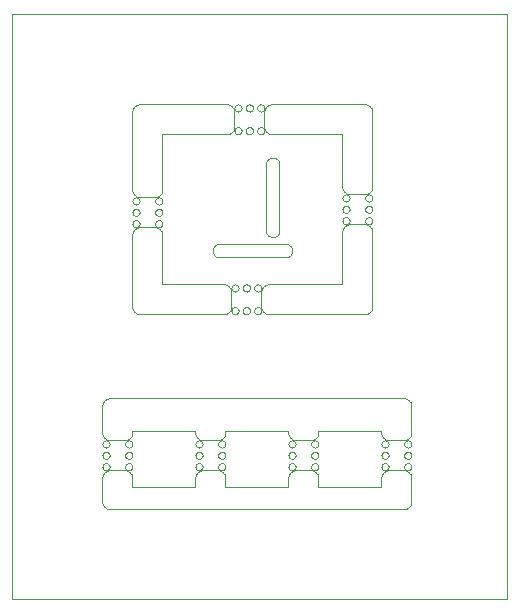
<source format=gko>
G75*
%MOIN*%
%OFA0B0*%
%FSLAX24Y24*%
%IPPOS*%
%LPD*%
%AMOC8*
5,1,8,0,0,1.08239X$1,22.5*
%
%ADD10C,0.0000*%
D10*
X000917Y001524D02*
X017417Y001524D01*
X017417Y021024D01*
X000917Y021024D01*
X000917Y001524D01*
X003917Y004774D02*
X003917Y005574D01*
X003919Y005604D01*
X003924Y005634D01*
X003933Y005663D01*
X003946Y005690D01*
X003961Y005716D01*
X003980Y005740D01*
X004001Y005761D01*
X004025Y005780D01*
X004051Y005795D01*
X004078Y005808D01*
X004107Y005817D01*
X004137Y005822D01*
X004167Y005824D01*
X004667Y005824D01*
X004679Y005944D02*
X004681Y005965D01*
X004687Y005985D01*
X004696Y006005D01*
X004708Y006022D01*
X004723Y006036D01*
X004741Y006048D01*
X004761Y006056D01*
X004781Y006061D01*
X004802Y006062D01*
X004823Y006059D01*
X004843Y006053D01*
X004862Y006042D01*
X004879Y006029D01*
X004892Y006013D01*
X004903Y005995D01*
X004911Y005975D01*
X004915Y005955D01*
X004915Y005933D01*
X004911Y005913D01*
X004903Y005893D01*
X004892Y005875D01*
X004879Y005859D01*
X004862Y005846D01*
X004843Y005835D01*
X004823Y005829D01*
X004802Y005826D01*
X004781Y005827D01*
X004761Y005832D01*
X004741Y005840D01*
X004723Y005852D01*
X004708Y005866D01*
X004696Y005883D01*
X004687Y005903D01*
X004681Y005923D01*
X004679Y005944D01*
X004679Y006324D02*
X004681Y006345D01*
X004687Y006365D01*
X004696Y006385D01*
X004708Y006402D01*
X004723Y006416D01*
X004741Y006428D01*
X004761Y006436D01*
X004781Y006441D01*
X004802Y006442D01*
X004823Y006439D01*
X004843Y006433D01*
X004862Y006422D01*
X004879Y006409D01*
X004892Y006393D01*
X004903Y006375D01*
X004911Y006355D01*
X004915Y006335D01*
X004915Y006313D01*
X004911Y006293D01*
X004903Y006273D01*
X004892Y006255D01*
X004879Y006239D01*
X004862Y006226D01*
X004843Y006215D01*
X004823Y006209D01*
X004802Y006206D01*
X004781Y006207D01*
X004761Y006212D01*
X004741Y006220D01*
X004723Y006232D01*
X004708Y006246D01*
X004696Y006263D01*
X004687Y006283D01*
X004681Y006303D01*
X004679Y006324D01*
X004679Y006704D02*
X004681Y006725D01*
X004687Y006745D01*
X004696Y006765D01*
X004708Y006782D01*
X004723Y006796D01*
X004741Y006808D01*
X004761Y006816D01*
X004781Y006821D01*
X004802Y006822D01*
X004823Y006819D01*
X004843Y006813D01*
X004862Y006802D01*
X004879Y006789D01*
X004892Y006773D01*
X004903Y006755D01*
X004911Y006735D01*
X004915Y006715D01*
X004915Y006693D01*
X004911Y006673D01*
X004903Y006653D01*
X004892Y006635D01*
X004879Y006619D01*
X004862Y006606D01*
X004843Y006595D01*
X004823Y006589D01*
X004802Y006586D01*
X004781Y006587D01*
X004761Y006592D01*
X004741Y006600D01*
X004723Y006612D01*
X004708Y006626D01*
X004696Y006643D01*
X004687Y006663D01*
X004681Y006683D01*
X004679Y006704D01*
X004667Y006824D02*
X004167Y006824D01*
X003919Y006704D02*
X003921Y006725D01*
X003927Y006745D01*
X003936Y006765D01*
X003948Y006782D01*
X003963Y006796D01*
X003981Y006808D01*
X004001Y006816D01*
X004021Y006821D01*
X004042Y006822D01*
X004063Y006819D01*
X004083Y006813D01*
X004102Y006802D01*
X004119Y006789D01*
X004132Y006773D01*
X004143Y006755D01*
X004151Y006735D01*
X004155Y006715D01*
X004155Y006693D01*
X004151Y006673D01*
X004143Y006653D01*
X004132Y006635D01*
X004119Y006619D01*
X004102Y006606D01*
X004083Y006595D01*
X004063Y006589D01*
X004042Y006586D01*
X004021Y006587D01*
X004001Y006592D01*
X003981Y006600D01*
X003963Y006612D01*
X003948Y006626D01*
X003936Y006643D01*
X003927Y006663D01*
X003921Y006683D01*
X003919Y006704D01*
X003917Y007074D02*
X003917Y007974D01*
X003919Y008004D01*
X003924Y008034D01*
X003933Y008063D01*
X003946Y008090D01*
X003961Y008116D01*
X003980Y008140D01*
X004001Y008161D01*
X004025Y008180D01*
X004051Y008195D01*
X004078Y008208D01*
X004107Y008217D01*
X004137Y008222D01*
X004167Y008224D01*
X013967Y008224D01*
X013997Y008222D01*
X014027Y008217D01*
X014056Y008208D01*
X014083Y008195D01*
X014109Y008180D01*
X014133Y008161D01*
X014154Y008140D01*
X014173Y008116D01*
X014188Y008090D01*
X014201Y008063D01*
X014210Y008034D01*
X014215Y008004D01*
X014217Y007974D01*
X014217Y007074D01*
X014215Y007044D01*
X014210Y007014D01*
X014201Y006985D01*
X014188Y006958D01*
X014173Y006932D01*
X014154Y006908D01*
X014133Y006887D01*
X014109Y006868D01*
X014083Y006853D01*
X014056Y006840D01*
X014027Y006831D01*
X013997Y006826D01*
X013967Y006824D01*
X013467Y006824D01*
X013219Y006704D02*
X013221Y006725D01*
X013227Y006745D01*
X013236Y006765D01*
X013248Y006782D01*
X013263Y006796D01*
X013281Y006808D01*
X013301Y006816D01*
X013321Y006821D01*
X013342Y006822D01*
X013363Y006819D01*
X013383Y006813D01*
X013402Y006802D01*
X013419Y006789D01*
X013432Y006773D01*
X013443Y006755D01*
X013451Y006735D01*
X013455Y006715D01*
X013455Y006693D01*
X013451Y006673D01*
X013443Y006653D01*
X013432Y006635D01*
X013419Y006619D01*
X013402Y006606D01*
X013383Y006595D01*
X013363Y006589D01*
X013342Y006586D01*
X013321Y006587D01*
X013301Y006592D01*
X013281Y006600D01*
X013263Y006612D01*
X013248Y006626D01*
X013236Y006643D01*
X013227Y006663D01*
X013221Y006683D01*
X013219Y006704D01*
X013217Y007074D02*
X013217Y007124D01*
X011117Y007124D01*
X011117Y007074D01*
X011115Y007044D01*
X011110Y007014D01*
X011101Y006985D01*
X011088Y006958D01*
X011073Y006932D01*
X011054Y006908D01*
X011033Y006887D01*
X011009Y006868D01*
X010983Y006853D01*
X010956Y006840D01*
X010927Y006831D01*
X010897Y006826D01*
X010867Y006824D01*
X010367Y006824D01*
X010119Y006704D02*
X010121Y006725D01*
X010127Y006745D01*
X010136Y006765D01*
X010148Y006782D01*
X010163Y006796D01*
X010181Y006808D01*
X010201Y006816D01*
X010221Y006821D01*
X010242Y006822D01*
X010263Y006819D01*
X010283Y006813D01*
X010302Y006802D01*
X010319Y006789D01*
X010332Y006773D01*
X010343Y006755D01*
X010351Y006735D01*
X010355Y006715D01*
X010355Y006693D01*
X010351Y006673D01*
X010343Y006653D01*
X010332Y006635D01*
X010319Y006619D01*
X010302Y006606D01*
X010283Y006595D01*
X010263Y006589D01*
X010242Y006586D01*
X010221Y006587D01*
X010201Y006592D01*
X010181Y006600D01*
X010163Y006612D01*
X010148Y006626D01*
X010136Y006643D01*
X010127Y006663D01*
X010121Y006683D01*
X010119Y006704D01*
X010117Y007074D02*
X010117Y007124D01*
X008017Y007124D01*
X008017Y007074D01*
X008015Y007044D01*
X008010Y007014D01*
X008001Y006985D01*
X007988Y006958D01*
X007973Y006932D01*
X007954Y006908D01*
X007933Y006887D01*
X007909Y006868D01*
X007883Y006853D01*
X007856Y006840D01*
X007827Y006831D01*
X007797Y006826D01*
X007767Y006824D01*
X007267Y006824D01*
X007019Y006704D02*
X007021Y006725D01*
X007027Y006745D01*
X007036Y006765D01*
X007048Y006782D01*
X007063Y006796D01*
X007081Y006808D01*
X007101Y006816D01*
X007121Y006821D01*
X007142Y006822D01*
X007163Y006819D01*
X007183Y006813D01*
X007202Y006802D01*
X007219Y006789D01*
X007232Y006773D01*
X007243Y006755D01*
X007251Y006735D01*
X007255Y006715D01*
X007255Y006693D01*
X007251Y006673D01*
X007243Y006653D01*
X007232Y006635D01*
X007219Y006619D01*
X007202Y006606D01*
X007183Y006595D01*
X007163Y006589D01*
X007142Y006586D01*
X007121Y006587D01*
X007101Y006592D01*
X007081Y006600D01*
X007063Y006612D01*
X007048Y006626D01*
X007036Y006643D01*
X007027Y006663D01*
X007021Y006683D01*
X007019Y006704D01*
X007017Y007074D02*
X007017Y007124D01*
X004917Y007124D01*
X004917Y007074D01*
X004915Y007044D01*
X004910Y007014D01*
X004901Y006985D01*
X004888Y006958D01*
X004873Y006932D01*
X004854Y006908D01*
X004833Y006887D01*
X004809Y006868D01*
X004783Y006853D01*
X004756Y006840D01*
X004727Y006831D01*
X004697Y006826D01*
X004667Y006824D01*
X004167Y006824D02*
X004137Y006826D01*
X004107Y006831D01*
X004078Y006840D01*
X004051Y006853D01*
X004025Y006868D01*
X004001Y006887D01*
X003980Y006908D01*
X003961Y006932D01*
X003946Y006958D01*
X003933Y006985D01*
X003924Y007014D01*
X003919Y007044D01*
X003917Y007074D01*
X003919Y006324D02*
X003921Y006345D01*
X003927Y006365D01*
X003936Y006385D01*
X003948Y006402D01*
X003963Y006416D01*
X003981Y006428D01*
X004001Y006436D01*
X004021Y006441D01*
X004042Y006442D01*
X004063Y006439D01*
X004083Y006433D01*
X004102Y006422D01*
X004119Y006409D01*
X004132Y006393D01*
X004143Y006375D01*
X004151Y006355D01*
X004155Y006335D01*
X004155Y006313D01*
X004151Y006293D01*
X004143Y006273D01*
X004132Y006255D01*
X004119Y006239D01*
X004102Y006226D01*
X004083Y006215D01*
X004063Y006209D01*
X004042Y006206D01*
X004021Y006207D01*
X004001Y006212D01*
X003981Y006220D01*
X003963Y006232D01*
X003948Y006246D01*
X003936Y006263D01*
X003927Y006283D01*
X003921Y006303D01*
X003919Y006324D01*
X003919Y005944D02*
X003921Y005965D01*
X003927Y005985D01*
X003936Y006005D01*
X003948Y006022D01*
X003963Y006036D01*
X003981Y006048D01*
X004001Y006056D01*
X004021Y006061D01*
X004042Y006062D01*
X004063Y006059D01*
X004083Y006053D01*
X004102Y006042D01*
X004119Y006029D01*
X004132Y006013D01*
X004143Y005995D01*
X004151Y005975D01*
X004155Y005955D01*
X004155Y005933D01*
X004151Y005913D01*
X004143Y005893D01*
X004132Y005875D01*
X004119Y005859D01*
X004102Y005846D01*
X004083Y005835D01*
X004063Y005829D01*
X004042Y005826D01*
X004021Y005827D01*
X004001Y005832D01*
X003981Y005840D01*
X003963Y005852D01*
X003948Y005866D01*
X003936Y005883D01*
X003927Y005903D01*
X003921Y005923D01*
X003919Y005944D01*
X004667Y005824D02*
X004697Y005822D01*
X004727Y005817D01*
X004756Y005808D01*
X004783Y005795D01*
X004809Y005780D01*
X004833Y005761D01*
X004854Y005740D01*
X004873Y005716D01*
X004888Y005690D01*
X004901Y005663D01*
X004910Y005634D01*
X004915Y005604D01*
X004917Y005574D01*
X004917Y005274D01*
X007017Y005274D01*
X007017Y005574D01*
X007019Y005604D01*
X007024Y005634D01*
X007033Y005663D01*
X007046Y005690D01*
X007061Y005716D01*
X007080Y005740D01*
X007101Y005761D01*
X007125Y005780D01*
X007151Y005795D01*
X007178Y005808D01*
X007207Y005817D01*
X007237Y005822D01*
X007267Y005824D01*
X007767Y005824D01*
X007779Y005944D02*
X007781Y005965D01*
X007787Y005985D01*
X007796Y006005D01*
X007808Y006022D01*
X007823Y006036D01*
X007841Y006048D01*
X007861Y006056D01*
X007881Y006061D01*
X007902Y006062D01*
X007923Y006059D01*
X007943Y006053D01*
X007962Y006042D01*
X007979Y006029D01*
X007992Y006013D01*
X008003Y005995D01*
X008011Y005975D01*
X008015Y005955D01*
X008015Y005933D01*
X008011Y005913D01*
X008003Y005893D01*
X007992Y005875D01*
X007979Y005859D01*
X007962Y005846D01*
X007943Y005835D01*
X007923Y005829D01*
X007902Y005826D01*
X007881Y005827D01*
X007861Y005832D01*
X007841Y005840D01*
X007823Y005852D01*
X007808Y005866D01*
X007796Y005883D01*
X007787Y005903D01*
X007781Y005923D01*
X007779Y005944D01*
X007779Y006324D02*
X007781Y006345D01*
X007787Y006365D01*
X007796Y006385D01*
X007808Y006402D01*
X007823Y006416D01*
X007841Y006428D01*
X007861Y006436D01*
X007881Y006441D01*
X007902Y006442D01*
X007923Y006439D01*
X007943Y006433D01*
X007962Y006422D01*
X007979Y006409D01*
X007992Y006393D01*
X008003Y006375D01*
X008011Y006355D01*
X008015Y006335D01*
X008015Y006313D01*
X008011Y006293D01*
X008003Y006273D01*
X007992Y006255D01*
X007979Y006239D01*
X007962Y006226D01*
X007943Y006215D01*
X007923Y006209D01*
X007902Y006206D01*
X007881Y006207D01*
X007861Y006212D01*
X007841Y006220D01*
X007823Y006232D01*
X007808Y006246D01*
X007796Y006263D01*
X007787Y006283D01*
X007781Y006303D01*
X007779Y006324D01*
X007779Y006704D02*
X007781Y006725D01*
X007787Y006745D01*
X007796Y006765D01*
X007808Y006782D01*
X007823Y006796D01*
X007841Y006808D01*
X007861Y006816D01*
X007881Y006821D01*
X007902Y006822D01*
X007923Y006819D01*
X007943Y006813D01*
X007962Y006802D01*
X007979Y006789D01*
X007992Y006773D01*
X008003Y006755D01*
X008011Y006735D01*
X008015Y006715D01*
X008015Y006693D01*
X008011Y006673D01*
X008003Y006653D01*
X007992Y006635D01*
X007979Y006619D01*
X007962Y006606D01*
X007943Y006595D01*
X007923Y006589D01*
X007902Y006586D01*
X007881Y006587D01*
X007861Y006592D01*
X007841Y006600D01*
X007823Y006612D01*
X007808Y006626D01*
X007796Y006643D01*
X007787Y006663D01*
X007781Y006683D01*
X007779Y006704D01*
X007267Y006824D02*
X007237Y006826D01*
X007207Y006831D01*
X007178Y006840D01*
X007151Y006853D01*
X007125Y006868D01*
X007101Y006887D01*
X007080Y006908D01*
X007061Y006932D01*
X007046Y006958D01*
X007033Y006985D01*
X007024Y007014D01*
X007019Y007044D01*
X007017Y007074D01*
X007019Y006324D02*
X007021Y006345D01*
X007027Y006365D01*
X007036Y006385D01*
X007048Y006402D01*
X007063Y006416D01*
X007081Y006428D01*
X007101Y006436D01*
X007121Y006441D01*
X007142Y006442D01*
X007163Y006439D01*
X007183Y006433D01*
X007202Y006422D01*
X007219Y006409D01*
X007232Y006393D01*
X007243Y006375D01*
X007251Y006355D01*
X007255Y006335D01*
X007255Y006313D01*
X007251Y006293D01*
X007243Y006273D01*
X007232Y006255D01*
X007219Y006239D01*
X007202Y006226D01*
X007183Y006215D01*
X007163Y006209D01*
X007142Y006206D01*
X007121Y006207D01*
X007101Y006212D01*
X007081Y006220D01*
X007063Y006232D01*
X007048Y006246D01*
X007036Y006263D01*
X007027Y006283D01*
X007021Y006303D01*
X007019Y006324D01*
X007019Y005944D02*
X007021Y005965D01*
X007027Y005985D01*
X007036Y006005D01*
X007048Y006022D01*
X007063Y006036D01*
X007081Y006048D01*
X007101Y006056D01*
X007121Y006061D01*
X007142Y006062D01*
X007163Y006059D01*
X007183Y006053D01*
X007202Y006042D01*
X007219Y006029D01*
X007232Y006013D01*
X007243Y005995D01*
X007251Y005975D01*
X007255Y005955D01*
X007255Y005933D01*
X007251Y005913D01*
X007243Y005893D01*
X007232Y005875D01*
X007219Y005859D01*
X007202Y005846D01*
X007183Y005835D01*
X007163Y005829D01*
X007142Y005826D01*
X007121Y005827D01*
X007101Y005832D01*
X007081Y005840D01*
X007063Y005852D01*
X007048Y005866D01*
X007036Y005883D01*
X007027Y005903D01*
X007021Y005923D01*
X007019Y005944D01*
X007767Y005824D02*
X007797Y005822D01*
X007827Y005817D01*
X007856Y005808D01*
X007883Y005795D01*
X007909Y005780D01*
X007933Y005761D01*
X007954Y005740D01*
X007973Y005716D01*
X007988Y005690D01*
X008001Y005663D01*
X008010Y005634D01*
X008015Y005604D01*
X008017Y005574D01*
X008017Y005274D01*
X010117Y005274D01*
X010117Y005574D01*
X010119Y005604D01*
X010124Y005634D01*
X010133Y005663D01*
X010146Y005690D01*
X010161Y005716D01*
X010180Y005740D01*
X010201Y005761D01*
X010225Y005780D01*
X010251Y005795D01*
X010278Y005808D01*
X010307Y005817D01*
X010337Y005822D01*
X010367Y005824D01*
X010867Y005824D01*
X010879Y005944D02*
X010881Y005965D01*
X010887Y005985D01*
X010896Y006005D01*
X010908Y006022D01*
X010923Y006036D01*
X010941Y006048D01*
X010961Y006056D01*
X010981Y006061D01*
X011002Y006062D01*
X011023Y006059D01*
X011043Y006053D01*
X011062Y006042D01*
X011079Y006029D01*
X011092Y006013D01*
X011103Y005995D01*
X011111Y005975D01*
X011115Y005955D01*
X011115Y005933D01*
X011111Y005913D01*
X011103Y005893D01*
X011092Y005875D01*
X011079Y005859D01*
X011062Y005846D01*
X011043Y005835D01*
X011023Y005829D01*
X011002Y005826D01*
X010981Y005827D01*
X010961Y005832D01*
X010941Y005840D01*
X010923Y005852D01*
X010908Y005866D01*
X010896Y005883D01*
X010887Y005903D01*
X010881Y005923D01*
X010879Y005944D01*
X010879Y006324D02*
X010881Y006345D01*
X010887Y006365D01*
X010896Y006385D01*
X010908Y006402D01*
X010923Y006416D01*
X010941Y006428D01*
X010961Y006436D01*
X010981Y006441D01*
X011002Y006442D01*
X011023Y006439D01*
X011043Y006433D01*
X011062Y006422D01*
X011079Y006409D01*
X011092Y006393D01*
X011103Y006375D01*
X011111Y006355D01*
X011115Y006335D01*
X011115Y006313D01*
X011111Y006293D01*
X011103Y006273D01*
X011092Y006255D01*
X011079Y006239D01*
X011062Y006226D01*
X011043Y006215D01*
X011023Y006209D01*
X011002Y006206D01*
X010981Y006207D01*
X010961Y006212D01*
X010941Y006220D01*
X010923Y006232D01*
X010908Y006246D01*
X010896Y006263D01*
X010887Y006283D01*
X010881Y006303D01*
X010879Y006324D01*
X010879Y006704D02*
X010881Y006725D01*
X010887Y006745D01*
X010896Y006765D01*
X010908Y006782D01*
X010923Y006796D01*
X010941Y006808D01*
X010961Y006816D01*
X010981Y006821D01*
X011002Y006822D01*
X011023Y006819D01*
X011043Y006813D01*
X011062Y006802D01*
X011079Y006789D01*
X011092Y006773D01*
X011103Y006755D01*
X011111Y006735D01*
X011115Y006715D01*
X011115Y006693D01*
X011111Y006673D01*
X011103Y006653D01*
X011092Y006635D01*
X011079Y006619D01*
X011062Y006606D01*
X011043Y006595D01*
X011023Y006589D01*
X011002Y006586D01*
X010981Y006587D01*
X010961Y006592D01*
X010941Y006600D01*
X010923Y006612D01*
X010908Y006626D01*
X010896Y006643D01*
X010887Y006663D01*
X010881Y006683D01*
X010879Y006704D01*
X010367Y006824D02*
X010337Y006826D01*
X010307Y006831D01*
X010278Y006840D01*
X010251Y006853D01*
X010225Y006868D01*
X010201Y006887D01*
X010180Y006908D01*
X010161Y006932D01*
X010146Y006958D01*
X010133Y006985D01*
X010124Y007014D01*
X010119Y007044D01*
X010117Y007074D01*
X010119Y006324D02*
X010121Y006345D01*
X010127Y006365D01*
X010136Y006385D01*
X010148Y006402D01*
X010163Y006416D01*
X010181Y006428D01*
X010201Y006436D01*
X010221Y006441D01*
X010242Y006442D01*
X010263Y006439D01*
X010283Y006433D01*
X010302Y006422D01*
X010319Y006409D01*
X010332Y006393D01*
X010343Y006375D01*
X010351Y006355D01*
X010355Y006335D01*
X010355Y006313D01*
X010351Y006293D01*
X010343Y006273D01*
X010332Y006255D01*
X010319Y006239D01*
X010302Y006226D01*
X010283Y006215D01*
X010263Y006209D01*
X010242Y006206D01*
X010221Y006207D01*
X010201Y006212D01*
X010181Y006220D01*
X010163Y006232D01*
X010148Y006246D01*
X010136Y006263D01*
X010127Y006283D01*
X010121Y006303D01*
X010119Y006324D01*
X010119Y005944D02*
X010121Y005965D01*
X010127Y005985D01*
X010136Y006005D01*
X010148Y006022D01*
X010163Y006036D01*
X010181Y006048D01*
X010201Y006056D01*
X010221Y006061D01*
X010242Y006062D01*
X010263Y006059D01*
X010283Y006053D01*
X010302Y006042D01*
X010319Y006029D01*
X010332Y006013D01*
X010343Y005995D01*
X010351Y005975D01*
X010355Y005955D01*
X010355Y005933D01*
X010351Y005913D01*
X010343Y005893D01*
X010332Y005875D01*
X010319Y005859D01*
X010302Y005846D01*
X010283Y005835D01*
X010263Y005829D01*
X010242Y005826D01*
X010221Y005827D01*
X010201Y005832D01*
X010181Y005840D01*
X010163Y005852D01*
X010148Y005866D01*
X010136Y005883D01*
X010127Y005903D01*
X010121Y005923D01*
X010119Y005944D01*
X010867Y005824D02*
X010897Y005822D01*
X010927Y005817D01*
X010956Y005808D01*
X010983Y005795D01*
X011009Y005780D01*
X011033Y005761D01*
X011054Y005740D01*
X011073Y005716D01*
X011088Y005690D01*
X011101Y005663D01*
X011110Y005634D01*
X011115Y005604D01*
X011117Y005574D01*
X011117Y005274D01*
X013217Y005274D01*
X013217Y005574D01*
X013219Y005604D01*
X013224Y005634D01*
X013233Y005663D01*
X013246Y005690D01*
X013261Y005716D01*
X013280Y005740D01*
X013301Y005761D01*
X013325Y005780D01*
X013351Y005795D01*
X013378Y005808D01*
X013407Y005817D01*
X013437Y005822D01*
X013467Y005824D01*
X013967Y005824D01*
X013979Y005944D02*
X013981Y005965D01*
X013987Y005985D01*
X013996Y006005D01*
X014008Y006022D01*
X014023Y006036D01*
X014041Y006048D01*
X014061Y006056D01*
X014081Y006061D01*
X014102Y006062D01*
X014123Y006059D01*
X014143Y006053D01*
X014162Y006042D01*
X014179Y006029D01*
X014192Y006013D01*
X014203Y005995D01*
X014211Y005975D01*
X014215Y005955D01*
X014215Y005933D01*
X014211Y005913D01*
X014203Y005893D01*
X014192Y005875D01*
X014179Y005859D01*
X014162Y005846D01*
X014143Y005835D01*
X014123Y005829D01*
X014102Y005826D01*
X014081Y005827D01*
X014061Y005832D01*
X014041Y005840D01*
X014023Y005852D01*
X014008Y005866D01*
X013996Y005883D01*
X013987Y005903D01*
X013981Y005923D01*
X013979Y005944D01*
X013979Y006324D02*
X013981Y006345D01*
X013987Y006365D01*
X013996Y006385D01*
X014008Y006402D01*
X014023Y006416D01*
X014041Y006428D01*
X014061Y006436D01*
X014081Y006441D01*
X014102Y006442D01*
X014123Y006439D01*
X014143Y006433D01*
X014162Y006422D01*
X014179Y006409D01*
X014192Y006393D01*
X014203Y006375D01*
X014211Y006355D01*
X014215Y006335D01*
X014215Y006313D01*
X014211Y006293D01*
X014203Y006273D01*
X014192Y006255D01*
X014179Y006239D01*
X014162Y006226D01*
X014143Y006215D01*
X014123Y006209D01*
X014102Y006206D01*
X014081Y006207D01*
X014061Y006212D01*
X014041Y006220D01*
X014023Y006232D01*
X014008Y006246D01*
X013996Y006263D01*
X013987Y006283D01*
X013981Y006303D01*
X013979Y006324D01*
X013979Y006704D02*
X013981Y006725D01*
X013987Y006745D01*
X013996Y006765D01*
X014008Y006782D01*
X014023Y006796D01*
X014041Y006808D01*
X014061Y006816D01*
X014081Y006821D01*
X014102Y006822D01*
X014123Y006819D01*
X014143Y006813D01*
X014162Y006802D01*
X014179Y006789D01*
X014192Y006773D01*
X014203Y006755D01*
X014211Y006735D01*
X014215Y006715D01*
X014215Y006693D01*
X014211Y006673D01*
X014203Y006653D01*
X014192Y006635D01*
X014179Y006619D01*
X014162Y006606D01*
X014143Y006595D01*
X014123Y006589D01*
X014102Y006586D01*
X014081Y006587D01*
X014061Y006592D01*
X014041Y006600D01*
X014023Y006612D01*
X014008Y006626D01*
X013996Y006643D01*
X013987Y006663D01*
X013981Y006683D01*
X013979Y006704D01*
X013467Y006824D02*
X013437Y006826D01*
X013407Y006831D01*
X013378Y006840D01*
X013351Y006853D01*
X013325Y006868D01*
X013301Y006887D01*
X013280Y006908D01*
X013261Y006932D01*
X013246Y006958D01*
X013233Y006985D01*
X013224Y007014D01*
X013219Y007044D01*
X013217Y007074D01*
X013219Y006324D02*
X013221Y006345D01*
X013227Y006365D01*
X013236Y006385D01*
X013248Y006402D01*
X013263Y006416D01*
X013281Y006428D01*
X013301Y006436D01*
X013321Y006441D01*
X013342Y006442D01*
X013363Y006439D01*
X013383Y006433D01*
X013402Y006422D01*
X013419Y006409D01*
X013432Y006393D01*
X013443Y006375D01*
X013451Y006355D01*
X013455Y006335D01*
X013455Y006313D01*
X013451Y006293D01*
X013443Y006273D01*
X013432Y006255D01*
X013419Y006239D01*
X013402Y006226D01*
X013383Y006215D01*
X013363Y006209D01*
X013342Y006206D01*
X013321Y006207D01*
X013301Y006212D01*
X013281Y006220D01*
X013263Y006232D01*
X013248Y006246D01*
X013236Y006263D01*
X013227Y006283D01*
X013221Y006303D01*
X013219Y006324D01*
X013219Y005944D02*
X013221Y005965D01*
X013227Y005985D01*
X013236Y006005D01*
X013248Y006022D01*
X013263Y006036D01*
X013281Y006048D01*
X013301Y006056D01*
X013321Y006061D01*
X013342Y006062D01*
X013363Y006059D01*
X013383Y006053D01*
X013402Y006042D01*
X013419Y006029D01*
X013432Y006013D01*
X013443Y005995D01*
X013451Y005975D01*
X013455Y005955D01*
X013455Y005933D01*
X013451Y005913D01*
X013443Y005893D01*
X013432Y005875D01*
X013419Y005859D01*
X013402Y005846D01*
X013383Y005835D01*
X013363Y005829D01*
X013342Y005826D01*
X013321Y005827D01*
X013301Y005832D01*
X013281Y005840D01*
X013263Y005852D01*
X013248Y005866D01*
X013236Y005883D01*
X013227Y005903D01*
X013221Y005923D01*
X013219Y005944D01*
X013967Y005824D02*
X013997Y005822D01*
X014027Y005817D01*
X014056Y005808D01*
X014083Y005795D01*
X014109Y005780D01*
X014133Y005761D01*
X014154Y005740D01*
X014173Y005716D01*
X014188Y005690D01*
X014201Y005663D01*
X014210Y005634D01*
X014215Y005604D01*
X014217Y005574D01*
X014217Y004774D01*
X014215Y004744D01*
X014210Y004714D01*
X014201Y004685D01*
X014188Y004658D01*
X014173Y004632D01*
X014154Y004608D01*
X014133Y004587D01*
X014109Y004568D01*
X014083Y004553D01*
X014056Y004540D01*
X014027Y004531D01*
X013997Y004526D01*
X013967Y004524D01*
X004167Y004524D01*
X004137Y004526D01*
X004107Y004531D01*
X004078Y004540D01*
X004051Y004553D01*
X004025Y004568D01*
X004001Y004587D01*
X003980Y004608D01*
X003961Y004632D01*
X003946Y004658D01*
X003933Y004685D01*
X003924Y004714D01*
X003919Y004744D01*
X003917Y004774D01*
X005167Y011024D02*
X007967Y011024D01*
X007997Y011026D01*
X008027Y011031D01*
X008056Y011040D01*
X008083Y011053D01*
X008109Y011068D01*
X008133Y011087D01*
X008154Y011108D01*
X008173Y011132D01*
X008188Y011158D01*
X008201Y011185D01*
X008210Y011214D01*
X008215Y011244D01*
X008217Y011274D01*
X008217Y011774D01*
X008219Y011904D02*
X008221Y011925D01*
X008227Y011945D01*
X008236Y011965D01*
X008248Y011982D01*
X008263Y011996D01*
X008281Y012008D01*
X008301Y012016D01*
X008321Y012021D01*
X008342Y012022D01*
X008363Y012019D01*
X008383Y012013D01*
X008402Y012002D01*
X008419Y011989D01*
X008432Y011973D01*
X008443Y011955D01*
X008451Y011935D01*
X008455Y011915D01*
X008455Y011893D01*
X008451Y011873D01*
X008443Y011853D01*
X008432Y011835D01*
X008419Y011819D01*
X008402Y011806D01*
X008383Y011795D01*
X008363Y011789D01*
X008342Y011786D01*
X008321Y011787D01*
X008301Y011792D01*
X008281Y011800D01*
X008263Y011812D01*
X008248Y011826D01*
X008236Y011843D01*
X008227Y011863D01*
X008221Y011883D01*
X008219Y011904D01*
X007967Y012024D02*
X005917Y012024D01*
X005917Y013674D01*
X005915Y013704D01*
X005910Y013734D01*
X005901Y013763D01*
X005888Y013790D01*
X005873Y013816D01*
X005854Y013840D01*
X005833Y013861D01*
X005809Y013880D01*
X005783Y013895D01*
X005756Y013908D01*
X005727Y013917D01*
X005697Y013922D01*
X005667Y013924D01*
X005167Y013924D01*
X004919Y014044D02*
X004921Y014065D01*
X004927Y014085D01*
X004936Y014105D01*
X004948Y014122D01*
X004963Y014136D01*
X004981Y014148D01*
X005001Y014156D01*
X005021Y014161D01*
X005042Y014162D01*
X005063Y014159D01*
X005083Y014153D01*
X005102Y014142D01*
X005119Y014129D01*
X005132Y014113D01*
X005143Y014095D01*
X005151Y014075D01*
X005155Y014055D01*
X005155Y014033D01*
X005151Y014013D01*
X005143Y013993D01*
X005132Y013975D01*
X005119Y013959D01*
X005102Y013946D01*
X005083Y013935D01*
X005063Y013929D01*
X005042Y013926D01*
X005021Y013927D01*
X005001Y013932D01*
X004981Y013940D01*
X004963Y013952D01*
X004948Y013966D01*
X004936Y013983D01*
X004927Y014003D01*
X004921Y014023D01*
X004919Y014044D01*
X004917Y013674D02*
X004917Y011274D01*
X004919Y011244D01*
X004924Y011214D01*
X004933Y011185D01*
X004946Y011158D01*
X004961Y011132D01*
X004980Y011108D01*
X005001Y011087D01*
X005025Y011068D01*
X005051Y011053D01*
X005078Y011040D01*
X005107Y011031D01*
X005137Y011026D01*
X005167Y011024D01*
X004917Y013674D02*
X004919Y013704D01*
X004924Y013734D01*
X004933Y013763D01*
X004946Y013790D01*
X004961Y013816D01*
X004980Y013840D01*
X005001Y013861D01*
X005025Y013880D01*
X005051Y013895D01*
X005078Y013908D01*
X005107Y013917D01*
X005137Y013922D01*
X005167Y013924D01*
X004919Y014424D02*
X004921Y014445D01*
X004927Y014465D01*
X004936Y014485D01*
X004948Y014502D01*
X004963Y014516D01*
X004981Y014528D01*
X005001Y014536D01*
X005021Y014541D01*
X005042Y014542D01*
X005063Y014539D01*
X005083Y014533D01*
X005102Y014522D01*
X005119Y014509D01*
X005132Y014493D01*
X005143Y014475D01*
X005151Y014455D01*
X005155Y014435D01*
X005155Y014413D01*
X005151Y014393D01*
X005143Y014373D01*
X005132Y014355D01*
X005119Y014339D01*
X005102Y014326D01*
X005083Y014315D01*
X005063Y014309D01*
X005042Y014306D01*
X005021Y014307D01*
X005001Y014312D01*
X004981Y014320D01*
X004963Y014332D01*
X004948Y014346D01*
X004936Y014363D01*
X004927Y014383D01*
X004921Y014403D01*
X004919Y014424D01*
X004919Y014804D02*
X004921Y014825D01*
X004927Y014845D01*
X004936Y014865D01*
X004948Y014882D01*
X004963Y014896D01*
X004981Y014908D01*
X005001Y014916D01*
X005021Y014921D01*
X005042Y014922D01*
X005063Y014919D01*
X005083Y014913D01*
X005102Y014902D01*
X005119Y014889D01*
X005132Y014873D01*
X005143Y014855D01*
X005151Y014835D01*
X005155Y014815D01*
X005155Y014793D01*
X005151Y014773D01*
X005143Y014753D01*
X005132Y014735D01*
X005119Y014719D01*
X005102Y014706D01*
X005083Y014695D01*
X005063Y014689D01*
X005042Y014686D01*
X005021Y014687D01*
X005001Y014692D01*
X004981Y014700D01*
X004963Y014712D01*
X004948Y014726D01*
X004936Y014743D01*
X004927Y014763D01*
X004921Y014783D01*
X004919Y014804D01*
X005167Y014924D02*
X005667Y014924D01*
X005679Y014804D02*
X005681Y014825D01*
X005687Y014845D01*
X005696Y014865D01*
X005708Y014882D01*
X005723Y014896D01*
X005741Y014908D01*
X005761Y014916D01*
X005781Y014921D01*
X005802Y014922D01*
X005823Y014919D01*
X005843Y014913D01*
X005862Y014902D01*
X005879Y014889D01*
X005892Y014873D01*
X005903Y014855D01*
X005911Y014835D01*
X005915Y014815D01*
X005915Y014793D01*
X005911Y014773D01*
X005903Y014753D01*
X005892Y014735D01*
X005879Y014719D01*
X005862Y014706D01*
X005843Y014695D01*
X005823Y014689D01*
X005802Y014686D01*
X005781Y014687D01*
X005761Y014692D01*
X005741Y014700D01*
X005723Y014712D01*
X005708Y014726D01*
X005696Y014743D01*
X005687Y014763D01*
X005681Y014783D01*
X005679Y014804D01*
X005679Y014424D02*
X005681Y014445D01*
X005687Y014465D01*
X005696Y014485D01*
X005708Y014502D01*
X005723Y014516D01*
X005741Y014528D01*
X005761Y014536D01*
X005781Y014541D01*
X005802Y014542D01*
X005823Y014539D01*
X005843Y014533D01*
X005862Y014522D01*
X005879Y014509D01*
X005892Y014493D01*
X005903Y014475D01*
X005911Y014455D01*
X005915Y014435D01*
X005915Y014413D01*
X005911Y014393D01*
X005903Y014373D01*
X005892Y014355D01*
X005879Y014339D01*
X005862Y014326D01*
X005843Y014315D01*
X005823Y014309D01*
X005802Y014306D01*
X005781Y014307D01*
X005761Y014312D01*
X005741Y014320D01*
X005723Y014332D01*
X005708Y014346D01*
X005696Y014363D01*
X005687Y014383D01*
X005681Y014403D01*
X005679Y014424D01*
X005679Y014044D02*
X005681Y014065D01*
X005687Y014085D01*
X005696Y014105D01*
X005708Y014122D01*
X005723Y014136D01*
X005741Y014148D01*
X005761Y014156D01*
X005781Y014161D01*
X005802Y014162D01*
X005823Y014159D01*
X005843Y014153D01*
X005862Y014142D01*
X005879Y014129D01*
X005892Y014113D01*
X005903Y014095D01*
X005911Y014075D01*
X005915Y014055D01*
X005915Y014033D01*
X005911Y014013D01*
X005903Y013993D01*
X005892Y013975D01*
X005879Y013959D01*
X005862Y013946D01*
X005843Y013935D01*
X005823Y013929D01*
X005802Y013926D01*
X005781Y013927D01*
X005761Y013932D01*
X005741Y013940D01*
X005723Y013952D01*
X005708Y013966D01*
X005696Y013983D01*
X005687Y014003D01*
X005681Y014023D01*
X005679Y014044D01*
X005667Y014924D02*
X005697Y014926D01*
X005727Y014931D01*
X005756Y014940D01*
X005783Y014953D01*
X005809Y014968D01*
X005833Y014987D01*
X005854Y015008D01*
X005873Y015032D01*
X005888Y015058D01*
X005901Y015085D01*
X005910Y015114D01*
X005915Y015144D01*
X005917Y015174D01*
X005917Y017024D01*
X008067Y017024D01*
X008097Y017026D01*
X008127Y017031D01*
X008156Y017040D01*
X008183Y017053D01*
X008209Y017068D01*
X008233Y017087D01*
X008254Y017108D01*
X008273Y017132D01*
X008288Y017158D01*
X008301Y017185D01*
X008310Y017214D01*
X008315Y017244D01*
X008317Y017274D01*
X008317Y017774D01*
X008319Y017904D02*
X008321Y017925D01*
X008327Y017945D01*
X008336Y017965D01*
X008348Y017982D01*
X008363Y017996D01*
X008381Y018008D01*
X008401Y018016D01*
X008421Y018021D01*
X008442Y018022D01*
X008463Y018019D01*
X008483Y018013D01*
X008502Y018002D01*
X008519Y017989D01*
X008532Y017973D01*
X008543Y017955D01*
X008551Y017935D01*
X008555Y017915D01*
X008555Y017893D01*
X008551Y017873D01*
X008543Y017853D01*
X008532Y017835D01*
X008519Y017819D01*
X008502Y017806D01*
X008483Y017795D01*
X008463Y017789D01*
X008442Y017786D01*
X008421Y017787D01*
X008401Y017792D01*
X008381Y017800D01*
X008363Y017812D01*
X008348Y017826D01*
X008336Y017843D01*
X008327Y017863D01*
X008321Y017883D01*
X008319Y017904D01*
X008067Y018024D02*
X005167Y018024D01*
X005137Y018022D01*
X005107Y018017D01*
X005078Y018008D01*
X005051Y017995D01*
X005025Y017980D01*
X005001Y017961D01*
X004980Y017940D01*
X004961Y017916D01*
X004946Y017890D01*
X004933Y017863D01*
X004924Y017834D01*
X004919Y017804D01*
X004917Y017774D01*
X004917Y015174D01*
X004919Y015144D01*
X004924Y015114D01*
X004933Y015085D01*
X004946Y015058D01*
X004961Y015032D01*
X004980Y015008D01*
X005001Y014987D01*
X005025Y014968D01*
X005051Y014953D01*
X005078Y014940D01*
X005107Y014931D01*
X005137Y014926D01*
X005167Y014924D01*
X007817Y013374D02*
X010017Y013374D01*
X010045Y013372D01*
X010073Y013367D01*
X010100Y013358D01*
X010125Y013346D01*
X010149Y013331D01*
X010171Y013313D01*
X010190Y013292D01*
X010207Y013270D01*
X010221Y013245D01*
X010231Y013219D01*
X010238Y013191D01*
X010242Y013163D01*
X010242Y013135D01*
X010238Y013107D01*
X010231Y013079D01*
X010221Y013053D01*
X010207Y013028D01*
X010190Y013006D01*
X010171Y012985D01*
X010149Y012967D01*
X010125Y012952D01*
X010100Y012940D01*
X010073Y012931D01*
X010045Y012926D01*
X010017Y012924D01*
X007817Y012924D01*
X007789Y012926D01*
X007761Y012931D01*
X007734Y012940D01*
X007709Y012952D01*
X007685Y012967D01*
X007663Y012985D01*
X007644Y013006D01*
X007627Y013028D01*
X007613Y013053D01*
X007603Y013079D01*
X007596Y013107D01*
X007592Y013135D01*
X007592Y013163D01*
X007596Y013191D01*
X007603Y013219D01*
X007613Y013245D01*
X007627Y013270D01*
X007644Y013292D01*
X007663Y013313D01*
X007685Y013331D01*
X007709Y013346D01*
X007734Y013358D01*
X007761Y013367D01*
X007789Y013372D01*
X007817Y013374D01*
X008599Y011904D02*
X008601Y011925D01*
X008607Y011945D01*
X008616Y011965D01*
X008628Y011982D01*
X008643Y011996D01*
X008661Y012008D01*
X008681Y012016D01*
X008701Y012021D01*
X008722Y012022D01*
X008743Y012019D01*
X008763Y012013D01*
X008782Y012002D01*
X008799Y011989D01*
X008812Y011973D01*
X008823Y011955D01*
X008831Y011935D01*
X008835Y011915D01*
X008835Y011893D01*
X008831Y011873D01*
X008823Y011853D01*
X008812Y011835D01*
X008799Y011819D01*
X008782Y011806D01*
X008763Y011795D01*
X008743Y011789D01*
X008722Y011786D01*
X008701Y011787D01*
X008681Y011792D01*
X008661Y011800D01*
X008643Y011812D01*
X008628Y011826D01*
X008616Y011843D01*
X008607Y011863D01*
X008601Y011883D01*
X008599Y011904D01*
X008979Y011904D02*
X008981Y011925D01*
X008987Y011945D01*
X008996Y011965D01*
X009008Y011982D01*
X009023Y011996D01*
X009041Y012008D01*
X009061Y012016D01*
X009081Y012021D01*
X009102Y012022D01*
X009123Y012019D01*
X009143Y012013D01*
X009162Y012002D01*
X009179Y011989D01*
X009192Y011973D01*
X009203Y011955D01*
X009211Y011935D01*
X009215Y011915D01*
X009215Y011893D01*
X009211Y011873D01*
X009203Y011853D01*
X009192Y011835D01*
X009179Y011819D01*
X009162Y011806D01*
X009143Y011795D01*
X009123Y011789D01*
X009102Y011786D01*
X009081Y011787D01*
X009061Y011792D01*
X009041Y011800D01*
X009023Y011812D01*
X009008Y011826D01*
X008996Y011843D01*
X008987Y011863D01*
X008981Y011883D01*
X008979Y011904D01*
X009217Y011774D02*
X009217Y011274D01*
X008979Y011144D02*
X008981Y011165D01*
X008987Y011185D01*
X008996Y011205D01*
X009008Y011222D01*
X009023Y011236D01*
X009041Y011248D01*
X009061Y011256D01*
X009081Y011261D01*
X009102Y011262D01*
X009123Y011259D01*
X009143Y011253D01*
X009162Y011242D01*
X009179Y011229D01*
X009192Y011213D01*
X009203Y011195D01*
X009211Y011175D01*
X009215Y011155D01*
X009215Y011133D01*
X009211Y011113D01*
X009203Y011093D01*
X009192Y011075D01*
X009179Y011059D01*
X009162Y011046D01*
X009143Y011035D01*
X009123Y011029D01*
X009102Y011026D01*
X009081Y011027D01*
X009061Y011032D01*
X009041Y011040D01*
X009023Y011052D01*
X009008Y011066D01*
X008996Y011083D01*
X008987Y011103D01*
X008981Y011123D01*
X008979Y011144D01*
X008599Y011144D02*
X008601Y011165D01*
X008607Y011185D01*
X008616Y011205D01*
X008628Y011222D01*
X008643Y011236D01*
X008661Y011248D01*
X008681Y011256D01*
X008701Y011261D01*
X008722Y011262D01*
X008743Y011259D01*
X008763Y011253D01*
X008782Y011242D01*
X008799Y011229D01*
X008812Y011213D01*
X008823Y011195D01*
X008831Y011175D01*
X008835Y011155D01*
X008835Y011133D01*
X008831Y011113D01*
X008823Y011093D01*
X008812Y011075D01*
X008799Y011059D01*
X008782Y011046D01*
X008763Y011035D01*
X008743Y011029D01*
X008722Y011026D01*
X008701Y011027D01*
X008681Y011032D01*
X008661Y011040D01*
X008643Y011052D01*
X008628Y011066D01*
X008616Y011083D01*
X008607Y011103D01*
X008601Y011123D01*
X008599Y011144D01*
X008219Y011144D02*
X008221Y011165D01*
X008227Y011185D01*
X008236Y011205D01*
X008248Y011222D01*
X008263Y011236D01*
X008281Y011248D01*
X008301Y011256D01*
X008321Y011261D01*
X008342Y011262D01*
X008363Y011259D01*
X008383Y011253D01*
X008402Y011242D01*
X008419Y011229D01*
X008432Y011213D01*
X008443Y011195D01*
X008451Y011175D01*
X008455Y011155D01*
X008455Y011133D01*
X008451Y011113D01*
X008443Y011093D01*
X008432Y011075D01*
X008419Y011059D01*
X008402Y011046D01*
X008383Y011035D01*
X008363Y011029D01*
X008342Y011026D01*
X008321Y011027D01*
X008301Y011032D01*
X008281Y011040D01*
X008263Y011052D01*
X008248Y011066D01*
X008236Y011083D01*
X008227Y011103D01*
X008221Y011123D01*
X008219Y011144D01*
X008217Y011774D02*
X008215Y011804D01*
X008210Y011834D01*
X008201Y011863D01*
X008188Y011890D01*
X008173Y011916D01*
X008154Y011940D01*
X008133Y011961D01*
X008109Y011980D01*
X008083Y011995D01*
X008056Y012008D01*
X008027Y012017D01*
X007997Y012022D01*
X007967Y012024D01*
X009467Y012024D02*
X011917Y012024D01*
X011917Y013774D01*
X011919Y013804D01*
X011924Y013834D01*
X011933Y013863D01*
X011946Y013890D01*
X011961Y013916D01*
X011980Y013940D01*
X012001Y013961D01*
X012025Y013980D01*
X012051Y013995D01*
X012078Y014008D01*
X012107Y014017D01*
X012137Y014022D01*
X012167Y014024D01*
X012667Y014024D01*
X012679Y014144D02*
X012681Y014165D01*
X012687Y014185D01*
X012696Y014205D01*
X012708Y014222D01*
X012723Y014236D01*
X012741Y014248D01*
X012761Y014256D01*
X012781Y014261D01*
X012802Y014262D01*
X012823Y014259D01*
X012843Y014253D01*
X012862Y014242D01*
X012879Y014229D01*
X012892Y014213D01*
X012903Y014195D01*
X012911Y014175D01*
X012915Y014155D01*
X012915Y014133D01*
X012911Y014113D01*
X012903Y014093D01*
X012892Y014075D01*
X012879Y014059D01*
X012862Y014046D01*
X012843Y014035D01*
X012823Y014029D01*
X012802Y014026D01*
X012781Y014027D01*
X012761Y014032D01*
X012741Y014040D01*
X012723Y014052D01*
X012708Y014066D01*
X012696Y014083D01*
X012687Y014103D01*
X012681Y014123D01*
X012679Y014144D01*
X012667Y014024D02*
X012697Y014022D01*
X012727Y014017D01*
X012756Y014008D01*
X012783Y013995D01*
X012809Y013980D01*
X012833Y013961D01*
X012854Y013940D01*
X012873Y013916D01*
X012888Y013890D01*
X012901Y013863D01*
X012910Y013834D01*
X012915Y013804D01*
X012917Y013774D01*
X012917Y011274D01*
X012915Y011244D01*
X012910Y011214D01*
X012901Y011185D01*
X012888Y011158D01*
X012873Y011132D01*
X012854Y011108D01*
X012833Y011087D01*
X012809Y011068D01*
X012783Y011053D01*
X012756Y011040D01*
X012727Y011031D01*
X012697Y011026D01*
X012667Y011024D01*
X009467Y011024D01*
X009437Y011026D01*
X009407Y011031D01*
X009378Y011040D01*
X009351Y011053D01*
X009325Y011068D01*
X009301Y011087D01*
X009280Y011108D01*
X009261Y011132D01*
X009246Y011158D01*
X009233Y011185D01*
X009224Y011214D01*
X009219Y011244D01*
X009217Y011274D01*
X009217Y011774D02*
X009219Y011804D01*
X009224Y011834D01*
X009233Y011863D01*
X009246Y011890D01*
X009261Y011916D01*
X009280Y011940D01*
X009301Y011961D01*
X009325Y011980D01*
X009351Y011995D01*
X009378Y012008D01*
X009407Y012017D01*
X009437Y012022D01*
X009467Y012024D01*
X009367Y013824D02*
X009367Y016024D01*
X009369Y016052D01*
X009374Y016080D01*
X009383Y016107D01*
X009395Y016132D01*
X009410Y016156D01*
X009428Y016178D01*
X009449Y016197D01*
X009471Y016214D01*
X009496Y016228D01*
X009522Y016238D01*
X009550Y016245D01*
X009578Y016249D01*
X009606Y016249D01*
X009634Y016245D01*
X009662Y016238D01*
X009688Y016228D01*
X009713Y016214D01*
X009735Y016197D01*
X009756Y016178D01*
X009774Y016156D01*
X009789Y016132D01*
X009801Y016107D01*
X009810Y016080D01*
X009815Y016052D01*
X009817Y016024D01*
X009817Y013824D01*
X009815Y013796D01*
X009810Y013768D01*
X009801Y013741D01*
X009789Y013716D01*
X009774Y013692D01*
X009756Y013670D01*
X009735Y013651D01*
X009713Y013634D01*
X009688Y013620D01*
X009662Y013610D01*
X009634Y013603D01*
X009606Y013599D01*
X009578Y013599D01*
X009550Y013603D01*
X009522Y013610D01*
X009496Y013620D01*
X009471Y013634D01*
X009449Y013651D01*
X009428Y013670D01*
X009410Y013692D01*
X009395Y013716D01*
X009383Y013741D01*
X009374Y013768D01*
X009369Y013796D01*
X009367Y013824D01*
X011917Y015274D02*
X011917Y017024D01*
X009567Y017024D01*
X009537Y017026D01*
X009507Y017031D01*
X009478Y017040D01*
X009451Y017053D01*
X009425Y017068D01*
X009401Y017087D01*
X009380Y017108D01*
X009361Y017132D01*
X009346Y017158D01*
X009333Y017185D01*
X009324Y017214D01*
X009319Y017244D01*
X009317Y017274D01*
X009317Y017774D01*
X009079Y017904D02*
X009081Y017925D01*
X009087Y017945D01*
X009096Y017965D01*
X009108Y017982D01*
X009123Y017996D01*
X009141Y018008D01*
X009161Y018016D01*
X009181Y018021D01*
X009202Y018022D01*
X009223Y018019D01*
X009243Y018013D01*
X009262Y018002D01*
X009279Y017989D01*
X009292Y017973D01*
X009303Y017955D01*
X009311Y017935D01*
X009315Y017915D01*
X009315Y017893D01*
X009311Y017873D01*
X009303Y017853D01*
X009292Y017835D01*
X009279Y017819D01*
X009262Y017806D01*
X009243Y017795D01*
X009223Y017789D01*
X009202Y017786D01*
X009181Y017787D01*
X009161Y017792D01*
X009141Y017800D01*
X009123Y017812D01*
X009108Y017826D01*
X009096Y017843D01*
X009087Y017863D01*
X009081Y017883D01*
X009079Y017904D01*
X008699Y017904D02*
X008701Y017925D01*
X008707Y017945D01*
X008716Y017965D01*
X008728Y017982D01*
X008743Y017996D01*
X008761Y018008D01*
X008781Y018016D01*
X008801Y018021D01*
X008822Y018022D01*
X008843Y018019D01*
X008863Y018013D01*
X008882Y018002D01*
X008899Y017989D01*
X008912Y017973D01*
X008923Y017955D01*
X008931Y017935D01*
X008935Y017915D01*
X008935Y017893D01*
X008931Y017873D01*
X008923Y017853D01*
X008912Y017835D01*
X008899Y017819D01*
X008882Y017806D01*
X008863Y017795D01*
X008843Y017789D01*
X008822Y017786D01*
X008801Y017787D01*
X008781Y017792D01*
X008761Y017800D01*
X008743Y017812D01*
X008728Y017826D01*
X008716Y017843D01*
X008707Y017863D01*
X008701Y017883D01*
X008699Y017904D01*
X008317Y017774D02*
X008315Y017804D01*
X008310Y017834D01*
X008301Y017863D01*
X008288Y017890D01*
X008273Y017916D01*
X008254Y017940D01*
X008233Y017961D01*
X008209Y017980D01*
X008183Y017995D01*
X008156Y018008D01*
X008127Y018017D01*
X008097Y018022D01*
X008067Y018024D01*
X008319Y017144D02*
X008321Y017165D01*
X008327Y017185D01*
X008336Y017205D01*
X008348Y017222D01*
X008363Y017236D01*
X008381Y017248D01*
X008401Y017256D01*
X008421Y017261D01*
X008442Y017262D01*
X008463Y017259D01*
X008483Y017253D01*
X008502Y017242D01*
X008519Y017229D01*
X008532Y017213D01*
X008543Y017195D01*
X008551Y017175D01*
X008555Y017155D01*
X008555Y017133D01*
X008551Y017113D01*
X008543Y017093D01*
X008532Y017075D01*
X008519Y017059D01*
X008502Y017046D01*
X008483Y017035D01*
X008463Y017029D01*
X008442Y017026D01*
X008421Y017027D01*
X008401Y017032D01*
X008381Y017040D01*
X008363Y017052D01*
X008348Y017066D01*
X008336Y017083D01*
X008327Y017103D01*
X008321Y017123D01*
X008319Y017144D01*
X008699Y017144D02*
X008701Y017165D01*
X008707Y017185D01*
X008716Y017205D01*
X008728Y017222D01*
X008743Y017236D01*
X008761Y017248D01*
X008781Y017256D01*
X008801Y017261D01*
X008822Y017262D01*
X008843Y017259D01*
X008863Y017253D01*
X008882Y017242D01*
X008899Y017229D01*
X008912Y017213D01*
X008923Y017195D01*
X008931Y017175D01*
X008935Y017155D01*
X008935Y017133D01*
X008931Y017113D01*
X008923Y017093D01*
X008912Y017075D01*
X008899Y017059D01*
X008882Y017046D01*
X008863Y017035D01*
X008843Y017029D01*
X008822Y017026D01*
X008801Y017027D01*
X008781Y017032D01*
X008761Y017040D01*
X008743Y017052D01*
X008728Y017066D01*
X008716Y017083D01*
X008707Y017103D01*
X008701Y017123D01*
X008699Y017144D01*
X009079Y017144D02*
X009081Y017165D01*
X009087Y017185D01*
X009096Y017205D01*
X009108Y017222D01*
X009123Y017236D01*
X009141Y017248D01*
X009161Y017256D01*
X009181Y017261D01*
X009202Y017262D01*
X009223Y017259D01*
X009243Y017253D01*
X009262Y017242D01*
X009279Y017229D01*
X009292Y017213D01*
X009303Y017195D01*
X009311Y017175D01*
X009315Y017155D01*
X009315Y017133D01*
X009311Y017113D01*
X009303Y017093D01*
X009292Y017075D01*
X009279Y017059D01*
X009262Y017046D01*
X009243Y017035D01*
X009223Y017029D01*
X009202Y017026D01*
X009181Y017027D01*
X009161Y017032D01*
X009141Y017040D01*
X009123Y017052D01*
X009108Y017066D01*
X009096Y017083D01*
X009087Y017103D01*
X009081Y017123D01*
X009079Y017144D01*
X009317Y017774D02*
X009319Y017804D01*
X009324Y017834D01*
X009333Y017863D01*
X009346Y017890D01*
X009361Y017916D01*
X009380Y017940D01*
X009401Y017961D01*
X009425Y017980D01*
X009451Y017995D01*
X009478Y018008D01*
X009507Y018017D01*
X009537Y018022D01*
X009567Y018024D01*
X012667Y018024D01*
X012697Y018022D01*
X012727Y018017D01*
X012756Y018008D01*
X012783Y017995D01*
X012809Y017980D01*
X012833Y017961D01*
X012854Y017940D01*
X012873Y017916D01*
X012888Y017890D01*
X012901Y017863D01*
X012910Y017834D01*
X012915Y017804D01*
X012917Y017774D01*
X012917Y015274D01*
X012915Y015244D01*
X012910Y015214D01*
X012901Y015185D01*
X012888Y015158D01*
X012873Y015132D01*
X012854Y015108D01*
X012833Y015087D01*
X012809Y015068D01*
X012783Y015053D01*
X012756Y015040D01*
X012727Y015031D01*
X012697Y015026D01*
X012667Y015024D01*
X012167Y015024D01*
X011919Y014904D02*
X011921Y014925D01*
X011927Y014945D01*
X011936Y014965D01*
X011948Y014982D01*
X011963Y014996D01*
X011981Y015008D01*
X012001Y015016D01*
X012021Y015021D01*
X012042Y015022D01*
X012063Y015019D01*
X012083Y015013D01*
X012102Y015002D01*
X012119Y014989D01*
X012132Y014973D01*
X012143Y014955D01*
X012151Y014935D01*
X012155Y014915D01*
X012155Y014893D01*
X012151Y014873D01*
X012143Y014853D01*
X012132Y014835D01*
X012119Y014819D01*
X012102Y014806D01*
X012083Y014795D01*
X012063Y014789D01*
X012042Y014786D01*
X012021Y014787D01*
X012001Y014792D01*
X011981Y014800D01*
X011963Y014812D01*
X011948Y014826D01*
X011936Y014843D01*
X011927Y014863D01*
X011921Y014883D01*
X011919Y014904D01*
X011919Y014524D02*
X011921Y014545D01*
X011927Y014565D01*
X011936Y014585D01*
X011948Y014602D01*
X011963Y014616D01*
X011981Y014628D01*
X012001Y014636D01*
X012021Y014641D01*
X012042Y014642D01*
X012063Y014639D01*
X012083Y014633D01*
X012102Y014622D01*
X012119Y014609D01*
X012132Y014593D01*
X012143Y014575D01*
X012151Y014555D01*
X012155Y014535D01*
X012155Y014513D01*
X012151Y014493D01*
X012143Y014473D01*
X012132Y014455D01*
X012119Y014439D01*
X012102Y014426D01*
X012083Y014415D01*
X012063Y014409D01*
X012042Y014406D01*
X012021Y014407D01*
X012001Y014412D01*
X011981Y014420D01*
X011963Y014432D01*
X011948Y014446D01*
X011936Y014463D01*
X011927Y014483D01*
X011921Y014503D01*
X011919Y014524D01*
X011919Y014144D02*
X011921Y014165D01*
X011927Y014185D01*
X011936Y014205D01*
X011948Y014222D01*
X011963Y014236D01*
X011981Y014248D01*
X012001Y014256D01*
X012021Y014261D01*
X012042Y014262D01*
X012063Y014259D01*
X012083Y014253D01*
X012102Y014242D01*
X012119Y014229D01*
X012132Y014213D01*
X012143Y014195D01*
X012151Y014175D01*
X012155Y014155D01*
X012155Y014133D01*
X012151Y014113D01*
X012143Y014093D01*
X012132Y014075D01*
X012119Y014059D01*
X012102Y014046D01*
X012083Y014035D01*
X012063Y014029D01*
X012042Y014026D01*
X012021Y014027D01*
X012001Y014032D01*
X011981Y014040D01*
X011963Y014052D01*
X011948Y014066D01*
X011936Y014083D01*
X011927Y014103D01*
X011921Y014123D01*
X011919Y014144D01*
X012679Y014524D02*
X012681Y014545D01*
X012687Y014565D01*
X012696Y014585D01*
X012708Y014602D01*
X012723Y014616D01*
X012741Y014628D01*
X012761Y014636D01*
X012781Y014641D01*
X012802Y014642D01*
X012823Y014639D01*
X012843Y014633D01*
X012862Y014622D01*
X012879Y014609D01*
X012892Y014593D01*
X012903Y014575D01*
X012911Y014555D01*
X012915Y014535D01*
X012915Y014513D01*
X012911Y014493D01*
X012903Y014473D01*
X012892Y014455D01*
X012879Y014439D01*
X012862Y014426D01*
X012843Y014415D01*
X012823Y014409D01*
X012802Y014406D01*
X012781Y014407D01*
X012761Y014412D01*
X012741Y014420D01*
X012723Y014432D01*
X012708Y014446D01*
X012696Y014463D01*
X012687Y014483D01*
X012681Y014503D01*
X012679Y014524D01*
X012679Y014904D02*
X012681Y014925D01*
X012687Y014945D01*
X012696Y014965D01*
X012708Y014982D01*
X012723Y014996D01*
X012741Y015008D01*
X012761Y015016D01*
X012781Y015021D01*
X012802Y015022D01*
X012823Y015019D01*
X012843Y015013D01*
X012862Y015002D01*
X012879Y014989D01*
X012892Y014973D01*
X012903Y014955D01*
X012911Y014935D01*
X012915Y014915D01*
X012915Y014893D01*
X012911Y014873D01*
X012903Y014853D01*
X012892Y014835D01*
X012879Y014819D01*
X012862Y014806D01*
X012843Y014795D01*
X012823Y014789D01*
X012802Y014786D01*
X012781Y014787D01*
X012761Y014792D01*
X012741Y014800D01*
X012723Y014812D01*
X012708Y014826D01*
X012696Y014843D01*
X012687Y014863D01*
X012681Y014883D01*
X012679Y014904D01*
X012167Y015024D02*
X012137Y015026D01*
X012107Y015031D01*
X012078Y015040D01*
X012051Y015053D01*
X012025Y015068D01*
X012001Y015087D01*
X011980Y015108D01*
X011961Y015132D01*
X011946Y015158D01*
X011933Y015185D01*
X011924Y015214D01*
X011919Y015244D01*
X011917Y015274D01*
M02*

</source>
